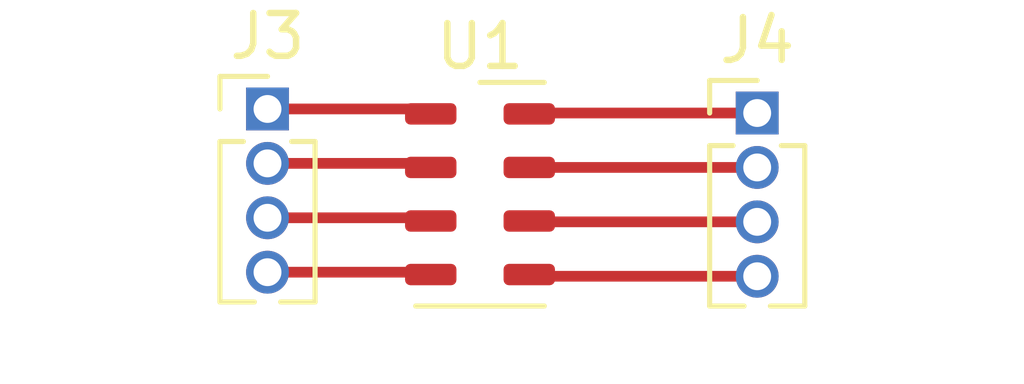
<source format=kicad_pcb>
(kicad_pcb (version 20221018) (generator pcbnew)
  (layers (0 "F.Cu" signal) (31 "B.Cu" signal) (34 "B.Paste" user) (35 "F.Paste" user) (36 "B.SilkS" user "B.Silkscreen") (37 "F.SilkS" user "F.Silkscreen") (38 "B.Mask" user) (39 "F.Mask" user) (44 "Edge.Cuts" user))
  (net 0 "")
  (net 1 "Net-(J4-Pin_1)")
  (net 2 "Net-(J4-Pin_2)")
  (net 3 "Net-(J4-Pin_3)")
  (net 4 "Net-(J4-Pin_4)")
  (net 5 "Net-(J3-Pin_1)")
  (net 6 "Net-(J3-Pin_2)")
  (net 7 "Net-(J3-Pin_3)")
  (net 8 "Net-(J3-Pin_4)")
  (footprint "Connector_PinHeader_1.27mm:PinHeader_1x04_P1.27mm_Vertical" (layer "F.Cu") (at 11.43 1.27)
    (fp_text reference "J4" (at 0 -1.695) (layer "F.SilkS"))
    (fp_text value "Conn_01x04_Pin")
    (fp_line (start -1.11 -0.76) (end 0 -0.76) (stroke (width 0.12)) (layer "F.SilkS"))
    (fp_line (start -1.11 0) (end -1.11 -0.76) (stroke (width 0.12)) (layer "F.SilkS"))
    (fp_line (start -1.11 0.76) (end -1.11 4.505) (stroke (width 0.12)) (layer "F.SilkS"))
    (fp_line (start -1.11 0.76) (end -0.563471 0.76) (stroke (width 0.12)) (layer "F.SilkS"))
    (fp_line (start -1.11 4.505) (end -0.30753 4.505) (stroke (width 0.12)) (layer "F.SilkS"))
    (fp_line (start 0.30753 4.505) (end 1.11 4.505) (stroke (width 0.12)) (layer "F.SilkS"))
    (fp_line (start 0.563471 0.76) (end 1.11 0.76) (stroke (width 0.12)) (layer "F.SilkS"))
    (fp_line (start 1.11 0.76) (end 1.11 4.505) (stroke (width 0.12)) (layer "F.SilkS"))
    (pad "1" thru_hole rect (at 0 0) (size 1 1) (drill 0.65) (layers "*.Cu" "*.Mask") (net 1 "Net-(J4-Pin_1)"))
    (pad "2" thru_hole oval (at 0 1.27) (size 1 1) (drill 0.65) (layers "*.Cu" "*.Mask") (net 2 "Net-(J4-Pin_2)"))
    (pad "3" thru_hole oval (at 0 2.54) (size 1 1) (drill 0.65) (layers "*.Cu" "*.Mask") (net 3 "Net-(J4-Pin_3)"))
    (pad "4" thru_hole oval (at 0 3.81) (size 1 1) (drill 0.65) (layers "*.Cu" "*.Mask") (net 4 "Net-(J4-Pin_4)"))
  )
  (footprint "Package_LGA:NXP_LGA-8_3x5mm_P1.25mm_H1.2mm" (layer "F.Cu") (at 4.96 3.165)
    (fp_text reference "U1" (at 0 -3.45) (layer "F.SilkS"))
    (fp_text value "MPL115A1")
    (fp_line (start -1.5 2.61) (end 1.5 2.61) (stroke (width 0.12)) (layer "F.SilkS"))
    (fp_line (start 0 -2.61) (end 1.5 -2.61) (stroke (width 0.12)) (layer "F.SilkS"))
    (pad "1" smd roundrect (at -1.15 -1.875) (size 1.2 0.5) (layers "F.Cu" "F.Paste" "F.Mask") (net 5 "Net-(J3-Pin_1)"))
    (pad "2" smd roundrect (at -1.15 -0.625) (size 1.2 0.5) (layers "F.Cu" "F.Paste" "F.Mask") (net 6 "Net-(J3-Pin_2)"))
    (pad "3" smd roundrect (at -1.15 0.625) (size 1.2 0.5) (layers "F.Cu" "F.Paste" "F.Mask") (net 7 "Net-(J3-Pin_3)"))
    (pad "4" smd roundrect (at -1.15 1.875) (size 1.2 0.5) (layers "F.Cu" "F.Paste" "F.Mask") (net 8 "Net-(J3-Pin_4)"))
    (pad "5" smd roundrect (at 1.15 1.875) (size 1.2 0.5) (layers "F.Cu" "F.Paste" "F.Mask") (net 4 "Net-(J4-Pin_4)"))
    (pad "6" smd roundrect (at 1.15 0.625) (size 1.2 0.5) (layers "F.Cu" "F.Paste" "F.Mask") (net 3 "Net-(J4-Pin_3)"))
    (pad "7" smd roundrect (at 1.15 -0.625) (size 1.2 0.5) (layers "F.Cu" "F.Paste" "F.Mask") (net 2 "Net-(J4-Pin_2)"))
    (pad "8" smd roundrect (at 1.15 -1.875) (size 1.2 0.5) (layers "F.Cu" "F.Paste" "F.Mask") (net 1 "Net-(J4-Pin_1)"))
  )
  (footprint "Connector_PinHeader_1.27mm:PinHeader_1x04_P1.27mm_Vertical" (layer "F.Cu") (at 0 1.175)
    (fp_text reference "J3" (at 0 -1.695) (layer "F.SilkS"))
    (fp_text value "Conn_01x04_Pin")
    (fp_line (start -1.11 -0.76) (end 0 -0.76) (stroke (width 0.12)) (layer "F.SilkS"))
    (fp_line (start -1.11 0) (end -1.11 -0.76) (stroke (width 0.12)) (layer "F.SilkS"))
    (fp_line (start -1.11 0.76) (end -1.11 4.505) (stroke (width 0.12)) (layer "F.SilkS"))
    (fp_line (start -1.11 0.76) (end -0.563471 0.76) (stroke (width 0.12)) (layer "F.SilkS"))
    (fp_line (start -1.11 4.505) (end -0.30753 4.505) (stroke (width 0.12)) (layer "F.SilkS"))
    (fp_line (start 0.30753 4.505) (end 1.11 4.505) (stroke (width 0.12)) (layer "F.SilkS"))
    (fp_line (start 0.563471 0.76) (end 1.11 0.76) (stroke (width 0.12)) (layer "F.SilkS"))
    (fp_line (start 1.11 0.76) (end 1.11 4.505) (stroke (width 0.12)) (layer "F.SilkS"))
    (pad "1" thru_hole rect (at 0 0) (size 1 1) (drill 0.65) (layers "*.Cu" "*.Mask") (net 5 "Net-(J3-Pin_1)"))
    (pad "2" thru_hole oval (at 0 1.27) (size 1 1) (drill 0.65) (layers "*.Cu" "*.Mask") (net 6 "Net-(J3-Pin_2)"))
    (pad "3" thru_hole oval (at 0 2.54) (size 1 1) (drill 0.65) (layers "*.Cu" "*.Mask") (net 7 "Net-(J3-Pin_3)"))
    (pad "4" thru_hole oval (at 0 3.81) (size 1 1) (drill 0.65) (layers "*.Cu" "*.Mask") (net 8 "Net-(J3-Pin_4)"))
  )
  (segment (start 6.11 1.29) (end 6.13 1.27) (width 0.25) (layer "F.Cu") (net 1))
  (segment (start 6.13 1.27) (end 11.43 1.27) (width 0.25) (layer "F.Cu") (net 1))
  (segment (start 6.11 2.54) (end 11.43 2.54) (width 0.25) (layer "F.Cu") (net 2))
  (segment (start 6.11 3.79) (end 6.13 3.81) (width 0.25) (layer "F.Cu") (net 3))
  (segment (start 6.13 3.81) (end 11.43 3.81) (width 0.25) (layer "F.Cu") (net 3))
  (segment (start 6.15 5.08) (end 11.43 5.08) (width 0.25) (layer "F.Cu") (net 4))
  (segment (start 6.11 5.04) (end 6.15 5.08) (width 0.25) (layer "F.Cu") (net 4))
  (segment (start 3.81 1.29) (end 3.695 1.175) (width 0.25) (layer "F.Cu") (net 5))
  (segment (start 3.695 1.175) (end 0 1.175) (width 0.25) (layer "F.Cu") (net 5))
  (segment (start 3.715 2.445) (end 0 2.445) (width 0.25) (layer "F.Cu") (net 6))
  (segment (start 3.81 2.54) (end 3.715 2.445) (width 0.25) (layer "F.Cu") (net 6))
  (segment (start 3.735 3.715) (end 0 3.715) (width 0.25) (layer "F.Cu") (net 7))
  (segment (start 3.81 3.79) (end 3.735 3.715) (width 0.25) (layer "F.Cu") (net 7))
  (segment (start 3.755 4.985) (end 0 4.985) (width 0.25) (layer "F.Cu") (net 8))
  (segment (start 3.81 5.04) (end 3.755 4.985) (width 0.25) (layer "F.Cu") (net 8))
)
</source>
